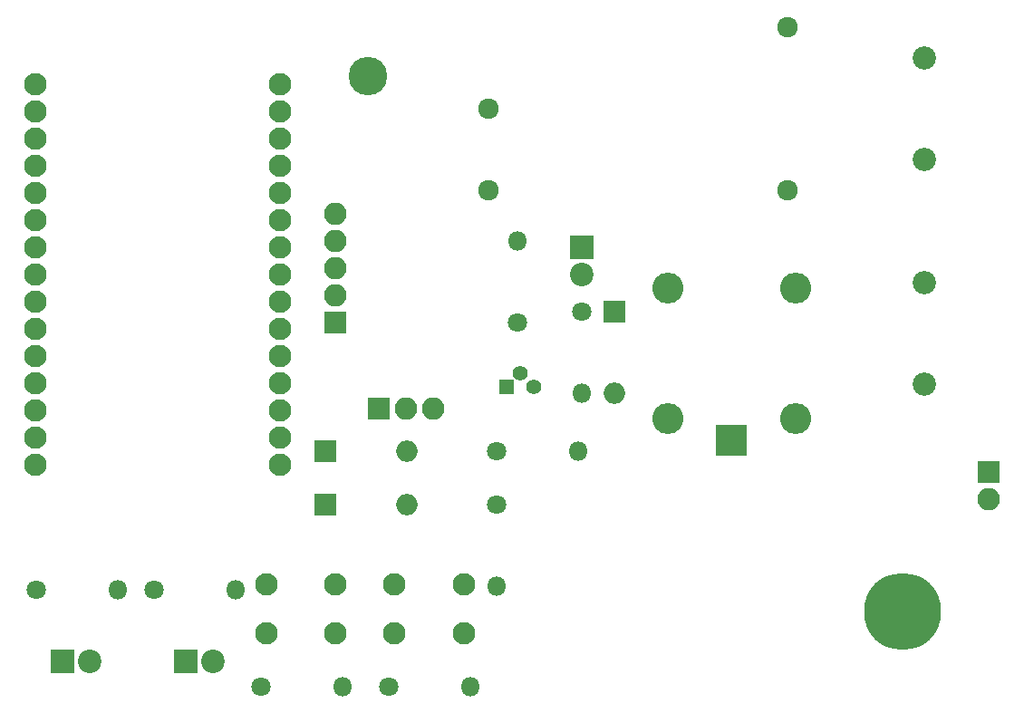
<source format=gbs>
G04 #@! TF.FileFunction,Soldermask,Bot*
%FSLAX46Y46*%
G04 Gerber Fmt 4.6, Leading zero omitted, Abs format (unit mm)*
G04 Created by KiCad (PCBNEW 4.0.7-e2-6376~58~ubuntu16.04.1) date Fri Dec 29 21:32:54 2017*
%MOMM*%
%LPD*%
G01*
G04 APERTURE LIST*
%ADD10C,0.100000*%
%ADD11R,2.900000X2.900000*%
%ADD12O,2.900000X2.900000*%
%ADD13C,2.100000*%
%ADD14R,2.200000X2.200000*%
%ADD15C,2.200000*%
%ADD16R,2.000000X2.000000*%
%ADD17O,2.000000X2.000000*%
%ADD18C,2.178000*%
%ADD19C,1.400000*%
%ADD20R,1.400000X1.400000*%
%ADD21C,1.800000*%
%ADD22O,1.800000X1.800000*%
%ADD23C,1.924000*%
%ADD24R,2.100000X2.100000*%
%ADD25O,2.100000X2.100000*%
%ADD26C,3.600000*%
%ADD27C,7.200000*%
G04 APERTURE END LIST*
D10*
D11*
X174000000Y-79000000D03*
D12*
X180000000Y-77000000D03*
X180000000Y-64800000D03*
X168000000Y-64800000D03*
X168000000Y-77000000D03*
D13*
X131826000Y-81280000D03*
X131826000Y-78740000D03*
X131826000Y-76200000D03*
X131826000Y-73660000D03*
X131826000Y-71120000D03*
X131826000Y-68580000D03*
X131826000Y-66040000D03*
X131826000Y-63500000D03*
X131826000Y-60960000D03*
X131826000Y-58420000D03*
X131826000Y-55880000D03*
X131826000Y-53340000D03*
X131826000Y-50800000D03*
X131826000Y-48260000D03*
X131826000Y-45720000D03*
X108966000Y-81280000D03*
X108966000Y-78740000D03*
X108966000Y-76200000D03*
X108966000Y-73660000D03*
X108966000Y-71120000D03*
X108966000Y-68580000D03*
X108966000Y-66040000D03*
X108966000Y-63500000D03*
X108966000Y-60960000D03*
X108966000Y-58420000D03*
X108966000Y-55880000D03*
X108966000Y-53340000D03*
X108966000Y-50800000D03*
X108966000Y-48260000D03*
X108966000Y-45720000D03*
D14*
X123030000Y-99630000D03*
D15*
X125570000Y-99630000D03*
D14*
X111460000Y-99630000D03*
D15*
X114000000Y-99630000D03*
D16*
X136000000Y-80000000D03*
D17*
X143620000Y-80000000D03*
D16*
X136000000Y-85000000D03*
D17*
X143620000Y-85000000D03*
D16*
X163000000Y-67000000D03*
D17*
X163000000Y-74620000D03*
D14*
X160000000Y-61000000D03*
D15*
X160000000Y-63540000D03*
D18*
X192000000Y-52762500D03*
X192000000Y-43237500D03*
X192000000Y-73762500D03*
X192000000Y-64237500D03*
D19*
X154270000Y-72730000D03*
X155540000Y-74000000D03*
D20*
X153000000Y-74000000D03*
D21*
X142000000Y-102000000D03*
D22*
X149620000Y-102000000D03*
D21*
X130000000Y-102000000D03*
D22*
X137620000Y-102000000D03*
D21*
X120000000Y-93000000D03*
D22*
X127620000Y-93000000D03*
D21*
X109000000Y-93000000D03*
D22*
X116620000Y-93000000D03*
D21*
X152000000Y-80000000D03*
D22*
X159620000Y-80000000D03*
D21*
X154000000Y-68000000D03*
D22*
X154000000Y-60380000D03*
D21*
X152000000Y-85000000D03*
D22*
X152000000Y-92620000D03*
D21*
X160000000Y-67000000D03*
D22*
X160000000Y-74620000D03*
D13*
X142500000Y-92500000D03*
X149000000Y-92500000D03*
X142500000Y-97000000D03*
X149000000Y-97000000D03*
X130500000Y-92500000D03*
X137000000Y-92500000D03*
X130500000Y-97000000D03*
X137000000Y-97000000D03*
D23*
X179240000Y-55620000D03*
X179240000Y-40380000D03*
X151300000Y-55620000D03*
X151300000Y-48000000D03*
D24*
X198000000Y-82000000D03*
D25*
X198000000Y-84540000D03*
D24*
X141000000Y-76000000D03*
D25*
X143540000Y-76000000D03*
X146080000Y-76000000D03*
D24*
X137000000Y-68000000D03*
D25*
X137000000Y-65460000D03*
X137000000Y-62920000D03*
X137000000Y-60380000D03*
X137000000Y-57840000D03*
D26*
X140000000Y-45000000D03*
D27*
X190000000Y-95000000D03*
M02*

</source>
